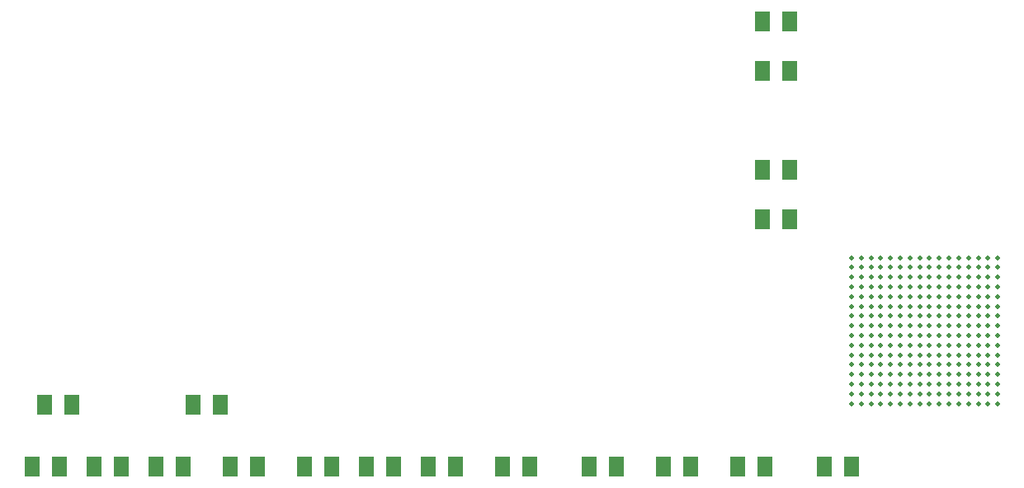
<source format=gbr>
G04 EAGLE Gerber RS-274X export*
G75*
%MOMM*%
%FSLAX34Y34*%
%LPD*%
%INSolderpaste Top*%
%IPPOS*%
%AMOC8*
5,1,8,0,0,1.08239X$1,22.5*%
G01*
%ADD10R,1.600000X2.000000*%
%ADD11C,0.482600*%


D10*
X201900Y381000D03*
X229900Y381000D03*
X316200Y317500D03*
X344200Y317500D03*
D11*
X877500Y532200D03*
X887500Y532200D03*
X897500Y532200D03*
X907500Y532200D03*
X917500Y532200D03*
X927500Y532200D03*
X937500Y532200D03*
X947500Y532200D03*
X957500Y532200D03*
X967500Y532200D03*
X977500Y532200D03*
X987500Y532200D03*
X997500Y532200D03*
X1007500Y532200D03*
X1017500Y532200D03*
X1027500Y532200D03*
X877500Y522200D03*
X887500Y522200D03*
X897500Y522200D03*
X907500Y522200D03*
X917500Y522200D03*
X927500Y522200D03*
X937500Y522200D03*
X947500Y522200D03*
X957500Y522200D03*
X967500Y522200D03*
X977500Y522200D03*
X987500Y522200D03*
X997500Y522200D03*
X1007500Y522200D03*
X1017500Y522200D03*
X1027500Y522200D03*
X877500Y512200D03*
X887500Y512200D03*
X897500Y512200D03*
X907500Y512200D03*
X917500Y512200D03*
X927500Y512200D03*
X937500Y512200D03*
X947500Y512200D03*
X957500Y512200D03*
X967500Y512200D03*
X977500Y512200D03*
X987500Y512200D03*
X997500Y512200D03*
X1007500Y512200D03*
X1017500Y512200D03*
X1027500Y512200D03*
X877500Y502200D03*
X887500Y502200D03*
X897500Y502200D03*
X907500Y502200D03*
X917500Y502200D03*
X927500Y502200D03*
X937500Y502200D03*
X947500Y502200D03*
X957500Y502200D03*
X967500Y502200D03*
X977500Y502200D03*
X987500Y502200D03*
X997500Y502200D03*
X1007500Y502200D03*
X1017500Y502200D03*
X1027500Y502200D03*
X877500Y492200D03*
X887500Y492200D03*
X897500Y492200D03*
X907500Y492200D03*
X917500Y492200D03*
X927500Y492200D03*
X937500Y492200D03*
X947500Y492200D03*
X957500Y492200D03*
X967500Y492200D03*
X977500Y492200D03*
X987500Y492200D03*
X997500Y492200D03*
X1007500Y492200D03*
X1017500Y492200D03*
X1027500Y492200D03*
X877500Y482200D03*
X887500Y482200D03*
X897500Y482200D03*
X907500Y482200D03*
X917500Y482200D03*
X927500Y482200D03*
X937500Y482200D03*
X947500Y482200D03*
X957500Y482200D03*
X967500Y482200D03*
X977500Y482200D03*
X987500Y482200D03*
X997500Y482200D03*
X1007500Y482200D03*
X1017500Y482200D03*
X1027500Y482200D03*
X877500Y472200D03*
X887500Y472200D03*
X897500Y472200D03*
X907500Y472200D03*
X917500Y472200D03*
X927500Y472200D03*
X937500Y472200D03*
X947500Y472200D03*
X957500Y472200D03*
X967500Y472200D03*
X977500Y472200D03*
X987500Y472200D03*
X997500Y472200D03*
X1007500Y472200D03*
X1017500Y472200D03*
X1027500Y472200D03*
X877500Y462200D03*
X887500Y462200D03*
X897500Y462200D03*
X907500Y462200D03*
X917500Y462200D03*
X927500Y462200D03*
X937500Y462200D03*
X947500Y462200D03*
X957500Y462200D03*
X967500Y462200D03*
X977500Y462200D03*
X987500Y462200D03*
X997500Y462200D03*
X1007500Y462200D03*
X1017500Y462200D03*
X1027500Y462200D03*
X877500Y452200D03*
X887500Y452200D03*
X897500Y452200D03*
X907500Y452200D03*
X917500Y452200D03*
X927500Y452200D03*
X937500Y452200D03*
X947500Y452200D03*
X957500Y452200D03*
X967500Y452200D03*
X977500Y452200D03*
X987500Y452200D03*
X997500Y452200D03*
X1007500Y452200D03*
X1017500Y452200D03*
X1027500Y452200D03*
X877500Y442200D03*
X887500Y442200D03*
X897500Y442200D03*
X907500Y442200D03*
X917500Y442200D03*
X927500Y442200D03*
X937500Y442200D03*
X947500Y442200D03*
X957500Y442200D03*
X967500Y442200D03*
X977500Y442200D03*
X987500Y442200D03*
X997500Y442200D03*
X1007500Y442200D03*
X1017500Y442200D03*
X1027500Y442200D03*
X877500Y432200D03*
X887500Y432200D03*
X897500Y432200D03*
X907500Y432200D03*
X917500Y432200D03*
X927500Y432200D03*
X937500Y432200D03*
X947500Y432200D03*
X957500Y432200D03*
X967500Y432200D03*
X977500Y432200D03*
X987500Y432200D03*
X997500Y432200D03*
X1007500Y432200D03*
X1017500Y432200D03*
X1027500Y432200D03*
X877500Y422200D03*
X887500Y422200D03*
X897500Y422200D03*
X907500Y422200D03*
X917500Y422200D03*
X927500Y422200D03*
X937500Y422200D03*
X947500Y422200D03*
X957500Y422200D03*
X967500Y422200D03*
X977500Y422200D03*
X987500Y422200D03*
X997500Y422200D03*
X1007500Y422200D03*
X1017500Y422200D03*
X1027500Y422200D03*
X877500Y412200D03*
X887500Y412200D03*
X897500Y412200D03*
X907500Y412200D03*
X917500Y412200D03*
X927500Y412200D03*
X937500Y412200D03*
X947500Y412200D03*
X957500Y412200D03*
X967500Y412200D03*
X977500Y412200D03*
X987500Y412200D03*
X997500Y412200D03*
X1007500Y412200D03*
X1017500Y412200D03*
X1027500Y412200D03*
X877500Y402200D03*
X887500Y402200D03*
X897500Y402200D03*
X907500Y402200D03*
X917500Y402200D03*
X927500Y402200D03*
X937500Y402200D03*
X947500Y402200D03*
X957500Y402200D03*
X967500Y402200D03*
X977500Y402200D03*
X987500Y402200D03*
X997500Y402200D03*
X1007500Y402200D03*
X1017500Y402200D03*
X1027500Y402200D03*
X877500Y392200D03*
X887500Y392200D03*
X897500Y392200D03*
X907500Y392200D03*
X917500Y392200D03*
X927500Y392200D03*
X937500Y392200D03*
X947500Y392200D03*
X957500Y392200D03*
X967500Y392200D03*
X977500Y392200D03*
X987500Y392200D03*
X997500Y392200D03*
X1007500Y392200D03*
X1017500Y392200D03*
X1027500Y392200D03*
X877500Y382200D03*
X887500Y382200D03*
X897500Y382200D03*
X907500Y382200D03*
X917500Y382200D03*
X927500Y382200D03*
X937500Y382200D03*
X947500Y382200D03*
X957500Y382200D03*
X967500Y382200D03*
X977500Y382200D03*
X987500Y382200D03*
X997500Y382200D03*
X1007500Y382200D03*
X1017500Y382200D03*
X1027500Y382200D03*
D10*
X519400Y317500D03*
X547400Y317500D03*
X608300Y317500D03*
X636300Y317500D03*
X684500Y317500D03*
X712500Y317500D03*
X760700Y317500D03*
X788700Y317500D03*
X163800Y317500D03*
X191800Y317500D03*
X49500Y381000D03*
X77500Y381000D03*
X849600Y317500D03*
X877600Y317500D03*
X379700Y317500D03*
X407700Y317500D03*
X786100Y774700D03*
X814100Y774700D03*
X786100Y723900D03*
X814100Y723900D03*
X36800Y317500D03*
X64800Y317500D03*
X786100Y622300D03*
X814100Y622300D03*
X786100Y571500D03*
X814100Y571500D03*
X100300Y317500D03*
X128300Y317500D03*
X240000Y317500D03*
X268000Y317500D03*
X443200Y317500D03*
X471200Y317500D03*
M02*

</source>
